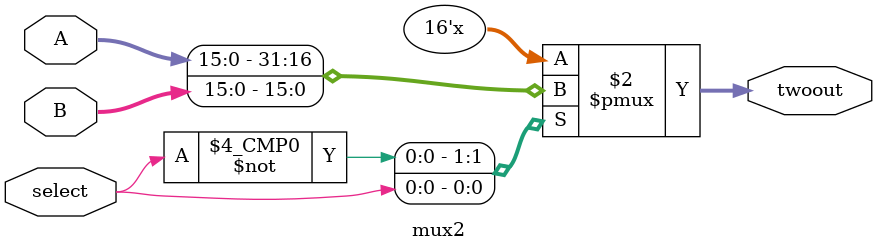
<source format=sv>
module mux4
(
       input logic [1:0] select, //select bit
       input logic [15:0] A,
       input logic [15:0] B,
       input logic [15:0] C,
       input logic [15:0] D,
       output logic[15:0] fourout
    );
    always_comb
        begin
        unique case(select)
            2'b00: fourout = A;
            2'b01: fourout = B;
            2'b10: fourout = C;
            2'b11: fourout = D;
        endcase
        end
    
endmodule

module pcmux3 // supposed to be 3 but we use 2 for week1
(
       input logic [1:0] select, //select bit
       input logic [15:0] A,
       input logic [15:0] B,
       input logic [15:0] C,
       output logic[15:0] PC_MUX_OUT
    );
    
    
        logic [15:0] PC_INC; // Temporary logic for inrementing PC
//        assign PC_INC = A + 1;
        
    always_comb
        begin
        case(select)
            2'b00: PC_MUX_OUT = A+16'd1;
            2'b01: PC_MUX_OUT = B;
            2'b10: PC_MUX_OUT = C;
            default : PC_MUX_OUT = A;
        endcase
        end
    
endmodule

module muxbus // we exclude the bus for ALU and MARMUX since week 1 no need
(
       input logic [3:0] select, //select bit
       input logic [15:0] A,
       input logic [15:0] B,
       input logic [15:0] C,
       input logic [15:0] D,
       output logic[15:0] busout
    );
    always_comb
        begin
        unique case(select)
            4'b0001: busout = A;
            4'b0010: busout = B;
            4'b0100: busout = C;
            4'b1000: busout = D;
            default: busout = 16'd0;
        endcase
        end
    
endmodule

module mux2
(
       input logic select, //select bit
       input logic [15:0] A,
       input logic [15:0] B,
       output logic[15:0] twoout
    );
    always_comb
        begin
        unique case(select)
            1'b0: twoout = A;
            1'b1: twoout = B;
        endcase
        end
    
endmodule
</source>
